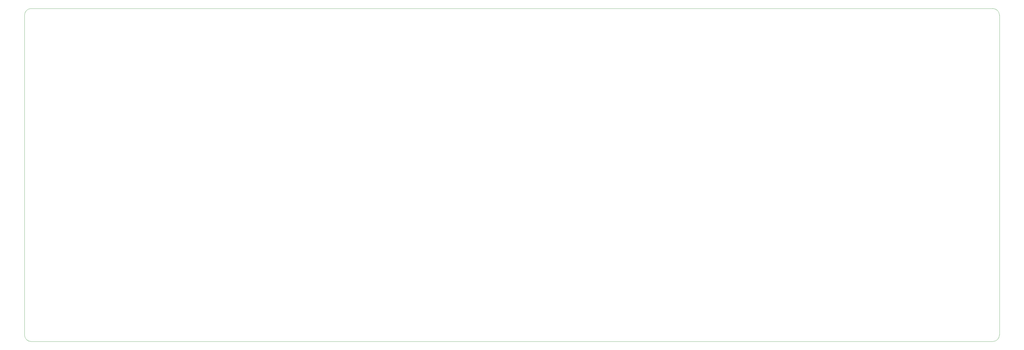
<source format=gbr>
%TF.GenerationSoftware,KiCad,Pcbnew,(6.0.4-0)*%
%TF.CreationDate,2022-05-31T11:41:51+03:00*%
%TF.ProjectId,Supernova_Hotswap,53757065-726e-46f7-9661-5f486f747377,rev?*%
%TF.SameCoordinates,Original*%
%TF.FileFunction,Profile,NP*%
%FSLAX46Y46*%
G04 Gerber Fmt 4.6, Leading zero omitted, Abs format (unit mm)*
G04 Created by KiCad (PCBNEW (6.0.4-0)) date 2022-05-31 11:41:51*
%MOMM*%
%LPD*%
G01*
G04 APERTURE LIST*
%TA.AperFunction,Profile*%
%ADD10C,0.100000*%
%TD*%
G04 APERTURE END LIST*
D10*
X33337500Y-28575000D02*
G75*
G03*
X30956250Y-30956250I0J-2381250D01*
G01*
X30956250Y-30956250D02*
X30956250Y-145256250D01*
X378618750Y-145256250D02*
X378618750Y-30956250D01*
X378618800Y-30956250D02*
G75*
G03*
X376237500Y-28575000I-2381300J-50D01*
G01*
X30956200Y-145256250D02*
G75*
G03*
X33337500Y-147637500I2381300J50D01*
G01*
X376237500Y-147637450D02*
G75*
G03*
X378618750Y-145256250I0J2381250D01*
G01*
X376237500Y-28575000D02*
X33337500Y-28575000D01*
X33337500Y-147637500D02*
X376237500Y-147637500D01*
M02*

</source>
